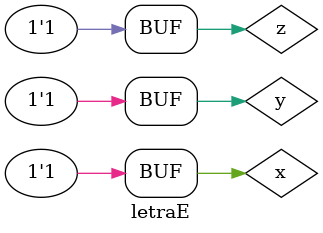
<source format=v>
/*
Pedro Correa Rigotto - Matricula 762281
guia0401e
*/

// letra e

module fxyze (output s, input x, y, z);
	assign s = (x|y)&(y|~z);
endmodule // fxyze

module letraE;
	reg x, y, z;
	wire s;
	fxyze mode (s, x, y, z);
	
	initial
		begin
			$display("e) s = (x+y).(y+z')\n\nx y z s");
			$monitor("%b %b %b %b", x, y, z, s);
			   x = 0; y = 0; z = 0;
			#1 x = 0; y = 0; z = 1;
			#1 x = 0; y = 1; z = 0;
			#1 x = 0; y = 1; z = 1;
			#1 x = 1; y = 0; z = 0;
			#1 x = 1; y = 0; z = 1;
			#1 x = 1; y = 1; z = 0;
			#1 x = 1; y = 1; z = 1;
		end
endmodule // letraE
</source>
